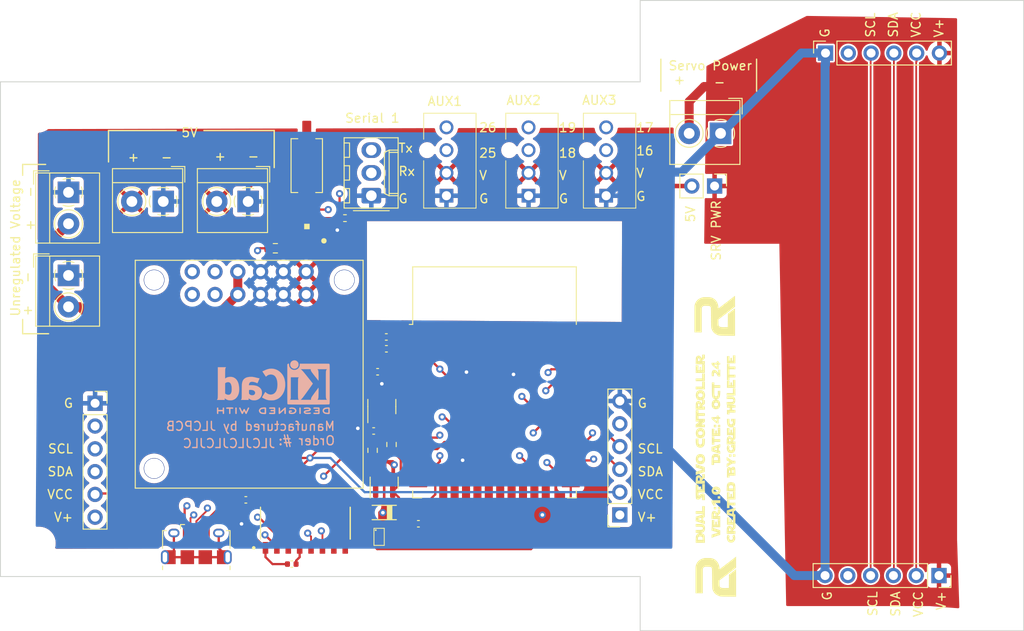
<source format=kicad_pcb>
(kicad_pcb (version 20240108) (generator "pcbnew") (generator_version "8.0")
  (layers (0 "F.Cu" signal) (1 "In1.Cu" signal) (2 "In2.Cu" signal) (31 "B.Cu" signal) (34 "B.Paste" user) (35 "F.Paste" user) (36 "B.SilkS" user "B.Silkscreen") (37 "F.SilkS" user "F.Silkscreen") (38 "B.Mask" user) (39 "F.Mask" user) (44 "Edge.Cuts" user))
  (net 0 "")
  (net 1 "RX_FU")
  (net 2 "GND")
  (net 3 "+3.3V")
  (net 4 "VIN")
  (net 5 "VBUS")
  (net 6 "D-")
  (net 7 "D+")
  (net 10 "SCL")
  (net 11 "SDA")
  (net 12 "+5V")
  (net 16 "ST_LED_D")
  (net 21 "TX_FU")
  (net 27 "Net-(L1-DI)")
  (net 28 "Net-(U3-CE)")
  (net 29 "GPIO0")
  (net 32 "TXD0")
  (net 33 "RXD0")
  (net 35 "DTR")
  (net 36 "RTS")
  (net 37 "RESET")
  (net 38 "+12V")
  (net 42 "AUX3-1")
  (net 43 "AUX3-2")
  (net 44 "AUX1-1")
  (net 45 "AUX1-2")
  (net 46 "AUX2-1")
  (net 47 "AUX2-2")
  (net 73 "SRV_PWR")
  (footprint "Capacitor_SMD:C_0402_1005Metric" (layer "F.Cu") (at 100.73 113.39 180)
    (property "Reference" "C7" (hide yes))
    (property "Value" "1uF" (hide yes))
  )
  (footprint "01-Custom:WS2812B-2020" (layer "F.Cu") (at 92.844 97.797)
    (property "Reference" "L1" (hide yes))
    (property "Value" "WS2812B-2020" (hide yes))
  )
  (footprint "TerminalBlock_4Ucon:TerminalBlock_4Ucon_1x02_P3.50mm_Horizontal" (layer "F.Cu") (at 66.273333 93.39 -90)
    (property "Reference" "J5" (hide yes))
    (property "Value" "12OUT" (hide yes))
  )
  (footprint "Logos:R2_Logo_V2" (layer "F.Cu") (at 138.664479 107.161515 90)
    (property "Reference" "G***" (hide yes))
    (property "Value" "LOGO" (hide yes))
  )
  (footprint "01-Custom:470531000" (layer "F.Cu") (at 108.404 93.766 -90)
    (property "Reference" "J3" (hide yes))
    (property "Value" "AUX1" (hide yes))
  )
  (footprint "Connector_USB:USB_Micro-B_Amphenol_10118194_Horizontal" (layer "F.Cu") (at 80.52 132.76)
    (property "Reference" "J1" (hide yes))
    (property "Value" "USB_B_Micro" (hide yes))
  )
  (footprint "TerminalBlock_4Ucon:TerminalBlock_4Ucon_1x02_P3.50mm_Horizontal" (layer "F.Cu") (at 86.298 94.41 180)
    (property "Reference" "J8" (hide yes))
    (property "Value" "5V Out 2" (hide yes))
  )
  (footprint "MountingHole:MountingHole_3.2mm_M3" (layer "F.Cu") (at 62.83 84.902)
    (property "Reference" "REF**" (hide yes))
    (property "Value" "MountingHole_3.2mm_M3" (hide yes))
  )
  (footprint "01-Custom:470531000" (layer "F.Cu") (at 126.208 93.766 -90)
    (property "Reference" "J2" (hide yes))
    (property "Value" "AUX3" (hide yes))
  )
  (footprint "Capacitor_SMD:C_0402_1005Metric" (layer "F.Cu") (at 101.7 109.51 180)
    (property "Reference" "C3" (hide yes))
    (property "Value" "100nF" (hide yes))
  )
  (footprint "MountingHole:MountingHole_3.2mm_M3" (layer "F.Cu") (at 169.222 75.504)
    (property "Reference" "REF**" (hide yes))
    (property "Value" "MountingHole_3.2mm_M3" (hide yes))
  )
  (footprint "02-Logos:Dual_Servo_Controller" (layer "F.Cu") (at 138.4 121.984 90)
    (property "Reference" "G***" (hide yes))
    (property "Value" "LOGO" (hide yes))
  )
  (footprint "01-Custom:UMT6" (layer "F.Cu") (at 100.895 131.7938)
    (property "Reference" "U5" (hide yes))
    (property "Value" "UMH3N" (hide yes))
  )
  (footprint "Capacitor_SMD:C_0402_1005Metric" (layer "F.Cu") (at 100.29 119.99)
    (property "Reference" "C5" (hide yes))
    (property "Value" "1uF" (hide yes))
  )
  (footprint "TerminalBlock_4Ucon:TerminalBlock_4Ucon_1x02_P3.50mm_Horizontal" (layer "F.Cu") (at 138.959 86.817 180)
    (property "Reference" "J14" (hide yes))
    (property "Value" "5V Out 2" (hide yes))
  )
  (footprint "Resistor_SMD:R_0603_1608Metric" (layer "F.Cu") (at 100.17 122.15 90)
    (property "Reference" "R2" (hide yes))
    (property "Value" "100K" (hide yes))
  )
  (footprint "Package_TO_SOT_SMD:SOT-23-5" (layer "F.Cu") (at 101.2 117.27 90)
    (property "Reference" "U3" (hide yes))
    (property "Value" "ME6211C33M5G" (hide yes))
  )
  (footprint "01-Custom:D36V50F5-STEPDOWN" (layer "F.Cu") (at 86.415 113.665 180)
    (property "Reference" "U6" (hide yes))
    (property "Value" "D36V50F5-STEPDOWN" (hide yes))
  )
  (footprint "Resistor_SMD:R_0603_1608Metric" (layer "F.Cu") (at 89.332 99.624)
    (property "Reference" "R1" (hide yes))
    (property "Value" "10K" (hide yes))
  )
  (footprint "Capacitor_SMD:C_0402_1005Metric" (layer "F.Cu") (at 105.276 130.336 180)
    (property "Reference" "C1" (hide yes))
    (property "Value" "100nF" (hide yes))
  )
  (footprint "MountingHole:MountingHole_3.2mm_M3" (layer "F.Cu") (at 168.714 136.614)
    (property "Reference" "REF**" (hide yes))
    (property "Value" "MountingHole_3.2mm_M3" (hide yes))
  )
  (footprint "01-Custom:SOIC127P600X180-16N" (layer "F.Cu") (at 92.675 130.27 90)
    (property "Reference" "U4" (hide yes))
    (property "Value" "CH340C" (hide yes))
  )
  (footprint "Connector_PinSocket_2.54mm:PinSocket_1x06_P2.54mm_Vertical" (layer "F.Cu") (at 69.234 116.904)
    (property "Reference" "J11" (hide yes))
    (property "Value" "Conn_01x06" (hide yes))
  )
  (footprint "TerminalBlock_4Ucon:TerminalBlock_4Ucon_1x02_P3.50mm_Horizontal" (layer "F.Cu") (at 66.273333 102.65 -90)
    (property "Reference" "J6" (hide yes))
    (property "Value" "12VOUT" (hide yes))
  )
  (footprint "01-Custom:SOD3716X135N" (layer "F.Cu") (at 101.4685 129.0805 180)
    (property "Reference" "CR1" (hide yes))
    (property "Value" "B5819W-TP" (hide yes))
  )
  (footprint "RF_Module:ESP32-WROOM-32" (layer "F.Cu") (at 113.76 117.56)
    (property "Reference" "U1" (hide yes))
    (property "Value" "ESP32-WROOM-32D_16MB_" (hide yes))
  )
  (footprint "Capacitor_SMD:C_0402_1005Metric" (layer "F.Cu") (at 91.16 134.83 180)
    (property "Reference" "C6" (hide yes))
    (property "Value" "100nF" (hide yes))
  )
  (footprint "Resistor_SMD:R_0402_1005Metric" (layer "F.Cu") (at 97.09 96.266 180)
    (property "Reference" "R4" (hide yes))
    (property "Value" "220" (hide yes))
  )
  (footprint "01-Custom:470531000" (layer "F.Cu") (at 117.554 93.766 -90)
    (property "Reference" "J4" (hide yes))
    (property "Value" "AUX2" (hide yes))
  )
  (footprint "Connector_PinSocket_2.54mm:PinSocket_1x06_P2.54mm_Vertical" (layer "F.Cu") (at 163.309 136.109 -90)
    (property "Reference" "J10" (hide yes))
    (property "Value" "Conn_01x06" (hide yes))
  )
  (footprint "Connector_Molex:Molex_KK-254_AE-6410-03A_1x03_P2.54mm_Vertical" (layer "F.Cu") (at 100.028 93.766 90)
    (property "Reference" "J12" (hide yes))
    (property "Value" "SERIAL_FU" (hide yes))
  )
  (footprint "TerminalBlock_4Ucon:TerminalBlock_4Ucon_1x02_P3.50mm_Horizontal" (layer "F.Cu") (at 76.834666 94.41 180)
    (property "Reference" "J7" (hide yes))
    (property "Value" "5V OUT" (hide yes))
  )
  (footprint "Capacitor_SMD:C_0402_1005Metric" (layer "F.Cu") (at 101.71 110.83 180)
    (property "Reference" "C2" (hide yes))
    (property "Value" "10uF" (hide yes))
  )
  (footprint "Connector_PinSocket_2.54mm:PinSocket_1x06_P2.54mm_Vertical" (layer "F.Cu") (at 127.732 129.35 180)
    (property "Reference" "J13" (hide yes))
    (property "Value" "Conn_01x06" (hide yes))
  )
  (footprint "Connector_PinSocket_2.54mm:PinSocket_1x06_P2.54mm_Vertical" (layer "F.Cu") (at 150.659 77.865 90)
    (property "Reference" "J9" (hide yes))
    (property "Value" "Conn_01x06" (hide yes))
  )
  (footprint "Logos:R2_Logo_V2" (layer "F.Cu") (at 138.784 136.242 90)
    (property "Reference" "G***" (hide yes))
    (property "Value" "LOGO" (hide yes))
  )
  (footprint "MountingHole:MountingHole_3.2mm_M3" (layer "F.Cu") (at 63 132.51)
    (property "Reference" "REF**" (hide yes))
    (property "Value" "MountingHole_3.2mm_M3" (hide yes))
  )
  (footprint "Connector_PinHeader_2.54mm:PinHeader_1x02_P2.54mm_Vertical" (layer "F.Cu") (at 138.292515 92.686521 -90)
    (property "Reference" "J15" (hide yes))
    (property "Value" "Conn_01x02" (hide yes))
  )
  (footprint "Package_TO_SOT_SMD:SOT-23" (layer "F.Cu") (at 101.46 125.782 90)
    (property "Reference" "U2" (hide yes))
    (property "Value" "CJ2301_S1" (hide yes))
  )
  (footprint "01-Custom:TS-1101S-B-B-B-W-A" (layer "F.Cu") (at 92.831 90.411 -90)
    (property "Reference" "SW1" (hide yes))
    (property "Value" "SW_Push" (hide yes))
  )
  (footprint "Capacitor_SMD:C_0402_1005Metric" (layer "F.Cu") (at 86.04 127.67 180)
    (property "Reference" "C4" (hide yes))
    (property "Value" "10uF" (hide yes))
  )
  (footprint "Resistor_SMD:R_0603_1608Metric" (layer "F.Cu") (at 102.28 121.5 -90)
    (property "Reference" "R3" (hide yes))
    (property "Value" "100K" (hide yes))
  )
  (footprint "Symbol:KiCad-Logo2_5mm_SilkScreen" (layer "B.Cu") (at 89.11 115.1 180)
    (property "Reference" "REF**" (hide yes))
    (property "Value" "KiCad-Logo2_5mm_SilkScreen" (hide yes))
  )
  (gr_line (start 61.16 109.15) (end 64.05 109.15) (stroke (width 0.15)) (layer "F.SilkS"))
  (gr_line (start 89.202 90.63) (end 89.202 86.5) (stroke (width 0.15)) (layer "F.SilkS"))
  (gr_line (start 142.972 82.111) (end 142.972 78.545) (stroke (width 0.15)) (layer "F.SilkS"))
  (gr_line (start 78.282 86.5) (end 70.732 86.5) (stroke (width 0.15)) (layer "F.SilkS"))
  (gr_line (start 61.16 107.56) (end 61.16 109.15) (stroke (width 0.15)) (layer "F.SilkS"))
  (gr_line (start 61.16 90.28) (end 61.16 91.49) (stroke (width 0.15)) (layer "F.SilkS"))
  (gr_line (start 70.732 86.5) (end 70.732 90) (stroke (width 0.15)) (layer "F.SilkS"))
  (gr_line (start 63.72 90.28) (end 61.16 90.28) (stroke (width 0.15)) (layer "F.SilkS"))
  (gr_line (start 132.304 82.116) (end 132.304 78.55) (stroke (width 0.15)) (layer "F.SilkS"))
  (gr_line (start 89.202 86.5) (end 81.362 86.5) (stroke (width 0.15)) (layer "F.SilkS"))
  (gr_line (start 130 72) (end 172.75 72) (stroke (width 0.1)) (layer "Edge.Cuts"))
  (gr_line (start 58.686 136.22) (end 130 136.22) (stroke (width 0.1)) (layer "Edge.Cuts"))
  (gr_line (start 130 142.25) (end 130 136.22) (stroke (width 0.1)) (layer "Edge.Cuts"))
  (gr_line (start 172.75 72) (end 172.75 142.25) (stroke (width 0.1)) (layer "Edge.Cuts"))
  (gr_line (start 58.686 81.072) (end 58.686 136.22) (stroke (width 0.1)) (layer "Edge.Cuts"))
  (gr_line (start 130 81.072) (end 58.686 81.072) (stroke (width 0.1)) (layer "Edge.Cuts"))
  (gr_line (start 130 81.072) (end 130 72) (stroke (width 0.1)) (layer "Edge.Cuts"))
  (gr_line (start 172.75 142.25) (end 130 142.25) (stroke (width 0.1)) (layer "Edge.Cuts"))
  (gr_text "Manufactured by JLCPCB\nOrder #:" (at 96.06 120.27 0) (layer "B.SilkS") (effects (font (size 1 1)) (justify left mirror)))
  (gr_text "JLCJLCJLCJLC" (at 84.16 121.38 0) (layer "B.SilkS") (effects (font (size 1 1)) (justify mirror)))
  (gr_text "AUX3" (at 125.446 83.122 0) (layer "F.SilkS") (effects (font (size 1 1))))
  (gr_text "SDA" (at 158.466 139.279809 90) (layer "F.SilkS") (effects (font (size 1 1))))
  (gr_text "V+" (at 65.716381 129.604 0) (layer "F.SilkS") (effects (font (size 1 1))))
  (gr_text "G" (at 121.453429 94.096 0) (layer "F.SilkS") (effects (font (size 1 1))))
  (gr_text "+" (at 61.988 97.04 90) (layer "F.SilkS") (effects (font (size 1 1))))
  (gr_text "18" (at 121.90581 89.016 0) (layer "F.SilkS") (effects (font (size 1 1))))
  (gr_text "G" (at 150.592 75.620952 90) (layer "F.SilkS") (effects (font (size 1 1))))
  (gr_text "SCL" (at 155.926 139.256 90) (layer "F.SilkS") (effects (font (size 1 1))))
  (gr_text "+" (at 61.684 106.56 90) (layer "F.SilkS") (effects (font (size 1 1))))
  (gr_text "V+" (at 163.292 75.073333 90) (layer "F.SilkS") (effects (font (size 1 1))))
  (gr_text "Serial 1" (at 100.146 85.12 0) (layer "F.SilkS") (effects (font (size 1 1))))
  (gr_text "V" (at 121.382 91.504 0) (layer "F.SilkS") (effects (font (size 1 1))))
  (gr_text "-" (at 138.848 81.106 0) (layer "F.SilkS") (effects (font (size 1 1))))
  (gr_text "G" (at 103.570286 94.096 0) (layer "F.SilkS") (effects (font (size 1 1))))
  (gr_text "V" (at 112.492 91.504 0) (layer "F.SilkS") (effects (font (size 1 1))))
  (gr_text "AUX1" (at 108.222 83.242 0) (layer "F.SilkS") (effects (font (size 1 1))))
  (gr_text "+" (at 134.386 80.852 0) (layer "F.SilkS") (effects (font (size 1 1))))
  (gr_text "SCL" (at 131.113333 121.984 0) (layer "F.SilkS") (effects (font (size 1 1))))
  (gr_text "VCC" (at 160.752 74.692381 90) (layer "F.SilkS") (effects (font (size 1 1))))
  (gr_text "-" (at 61.988 93.34 90) (layer "F.SilkS") (effects (font (size 1 1))))
  (gr_text "-" (at 86.882 89.37 0) (layer "F.SilkS") (effects (font (size 1 1))))
  (gr_text "SCL" (at 65.383047 121.984 0) (layer "F.SilkS") (effects (font (size 1 1))))
  (gr_text "SRV PWR" (at 138.470291 97.649298 90) (layer "F.SilkS") (effects (font (size 1 1))))
  (gr_text "Unregulated Voltage" (at 60.362 99.57 90) (layer "F.SilkS") (effects (font (size 1 1))))
  (gr_text "VCC" (at 65.335428 127.064 0) (layer "F.SilkS") (effects (font (size 1 1))))
  (gr_text "+" (at 83.182 89.37 0) (layer "F.SilkS") (effects (font (size 1 1))))
  (gr_text "Servo Power" (at 137.82 79.276 0) (layer "F.SilkS") (effects (font (size 1 1))))
  (gr_text "5V" (at 135.606 95.822 90) (layer "F.SilkS") (effects (font (size 1 1))))
  (gr_text "5V" (at 79.772 86.73 0) (layer "F.SilkS") (effects (font (size 1 1))))
  (gr_text "SDA" (at 65.359238 124.524 0) (layer "F.SilkS") (effects (font (size 1 1))))
  (gr_text "G" (at 112.563429 94.096 0) (layer "F.SilkS") (effects (font (size 1 1))))
  (gr_text "-" (at 77.212 89.47 0) (layer "F.SilkS") (effects (font (size 1 1))))
  (gr_text "G" (at 130.073619 93.842 0) (layer "F.SilkS") (effects (font (size 1 1))))
  (gr_text "16" (at 130.526 88.762 0) (layer "F.SilkS") (effects (font (size 1 1))))
  (gr_text "19" (at 121.90581 86.17 0) (layer "F.SilkS") (effects (font (size 1 1))))
  (gr_text "SDA" (at 131.137143 124.524 0) (layer "F.SilkS") (effects (font (size 1 1))))
  (gr_text "V" (at 130.00219 91.25 0) (layer "F.SilkS") (effects (font (size 1 1))))
  (gr_text "17" (at 130.526 86.17 0) (layer "F.SilkS") (effects (font (size 1 1))))
  (gr_text "-" (at 61.684 102.86 90) (layer "F.SilkS") (effects (font (size 1 1))))
  (gr_text "G" (at 66.264 116.904 0) (layer "F.SilkS") (effects (font (size 1 1))))
  (gr_text "26" (at 113.01581 86.17 0) (layer "F.SilkS") (effects (font (size 1 1))))
  (gr_text "SDA" (at 158.212 74.71619 90) (layer "F.SilkS") (effects (font (size 1 1))))
  (gr_text "Rx" (at 103.975048 91.048 0) (layer "F.SilkS") (effects (font (size 1 1))))
  (gr_text "AUX2" (at 117.008 83.142 0) (layer "F.SilkS") (effects (font (size 1 1))))
  (gr_text "Tx" (at 103.856 88.456 0) (layer "F.SilkS") (effects (font (size 1 1))))
  (gr_text "G" (at 130.232381 116.904 0) (layer "F.SilkS") (effects (font (size 1 1))))
  (gr_text "+" (at 73.512 89.47 0) (layer "F.SilkS") (effects (font (size 1 1))))
  (gr_text "V+" (at 163.546 138.922666 90) (layer "F.SilkS") (effects (font (size 1 1))))
  (gr_text "G" (at 150.846 138.375047 90) (layer "F.SilkS") (effects (font (size 1 1))))
  (gr_text "SCL" (at 155.672 74.74 90) (layer "F.SilkS") (effects (font (size 1 1))))
  (gr_text "VCC" (at 131.160952 127.064 0) (layer "F.SilkS") (effects (font (size 1 1))))
  (gr_text "V+" (at 130.78 129.604 0) (layer "F.SilkS") (effects (font (size 1 1))))
  (gr_text "VCC" (at 161.006 139.303619 90) (layer "F.SilkS") (effects (font (size 1 1))))
  (gr_text "25" (at 113.01581 89.016 0) (layer "F.SilkS") (effects (font (size 1 1))))
  (segment (start 83.02 133.06) (end 84.02 134.06) (width 0.254) (layer "F.Cu") (net 0))
  (segment (start 79.52 134.06) (end 81.52 134.06) (width 0.254) (layer "F.Cu") (net 0))
  (segment (start 77.62 134.06) (end 79.52 134.06) (width 0.254) (layer "F.Cu") (net 0))
  (segment (start 78.02 133.66) (end 77.62 134.06) (width 0.254) (layer "F.Cu") (net 0))
  (segment (start 81.52 134.06) (end 83.42 134.06) (width 0.254) (layer "F.Cu") (net 0))
  (segment (start 78.02 131.36) (end 78.02 133.66) (width 0.254) (layer "F.Cu") (net 0))
  (segment (start 83.02 131.36) (end 83.02 133.06) (width 0.254) (layer "F.Cu") (net 0))
  (segment (start 105.26 124.545) (end 106.51 124.545) (width 0.25) (layer "F.Cu") (net 1))
  (segment (start 106.51 124.545) (end 107.666 123.389) (width 0.25) (layer "F.Cu") (net 1))
  (segment (start 107.666 123.389) (end 107.666 122.746) (width 0.25) (layer "F.Cu") (net 1))
  (via (at 107.666 122.746) (size 0.8) (drill 0.4) (layers "F.Cu" "B.Cu") (net 1))
  (segment (start 101.2 114.734) (end 101.2 114.34693) (width 0.25) (layer "F.Cu") (net 2))
  (segment (start 108.045 126.815) (end 108.045 129.987) (width 0.25) (layer "F.Cu") (net 2))
  (segment (start 108.045 126.815) (end 108.045 125.415) (width 0.25) (layer "F.Cu") (net 2))
  (segment (start 110.6335 113.4285) (end 112.76 115.555) (width 0.25) (layer "F.Cu") (net 2))
  (segment (start 101.2 118.4075) (end 101.2 114.734) (width 0.25) (layer "F.Cu") (net 2))
  (segment (start 103.877 109.305) (end 102.84 108.268) (width 0.25) (layer "F.Cu") (net 2))
  (segment (start 112.76 115.555) (end 112.76 116.805) (width 0.25) (layer "F.Cu") (net 2))
  (segment (start 108.045 129.987) (end 106.736 131.296) (width 0.25) (layer "F.Cu") (net 2))
  (segment (start 101.57 108.268) (end 101.22 108.618) (width 0.25) (layer "F.Cu") (net 2))
  (segment (start 81.82 129.796) (end 83.946 127.67) (width 0.25) (layer "F.Cu") (net 2))
  (segment (start 101.22 109.51) (end 101.22 110.82) (width 0.25) (layer "F.Cu") (net 2))
  (segment (start 105.26 109.305) (end 106.51 109.305) (width 0.25) (layer "F.Cu") (net 2))
  (segment (start 100.17 120.35) (end 99.81 119.99) (width 0.25) (layer "F.Cu") (net 2))
  (segment (start 88.23 134.044) (end 88.23 133.02) (width 0.25) (layer "F.Cu") (net 2))
  (segment (start 88.23 133.02) (end 85.56 130.35) (width 0.25) (layer "F.Cu") (net 2))
  (segment (start 112.76 120.7) (end 112.76 116.805) (width 0.25) (layer "F.Cu") (net 2))
  (segment (start 105.26 109.305) (end 103.877 109.305) (width 0.25) (layer "F.Cu") (net 2))
  (segment (start 99.81 119.99) (end 98.814 119.99) (width 0.25) (layer "F.Cu") (net 2))
  (segment (start 92.831 86.511) (end 86.298 93.044) (width 0.25) (layer "F.Cu") (net 2))
  (segment (start 120.26 109.305) (end 115.8785 113.6865) (width 0.25) (layer "F.Cu") (net 2))
  (segment (start 86.298 93.044) (end 86.298 94.41) (width 0.25) (layer "F.Cu") (net 2))
  (segment (start 90.68 134.83) (end 89.016 134.83) (width 0.25) (layer "F.Cu") (net 2))
  (segment (start 101.2 114.34693) (end 100.25 113.39693) (width 0.25) (layer "F.Cu") (net 2))
  (segment (start 100.25 113.39693) (end 100.25 113.39) (width 0.25) (layer "F.Cu") (net 2))
  (segment (start 106.736 131.296) (end 105.74907 131.296) (width 0.25) (layer "F.Cu") (net 2))
  (segment (start 83.946 127.67) (end 85.56 127.67) (width 0.25) (layer "F.Cu") (net 2))
  (segment (start 89.016 134.83) (end 88.23 134.044) (width 0.25) (layer "F.Cu") (net 2))
  (segment (start 110.206 123.254) (end 112.76 120.7) (width 0.25) (layer "F.Cu") (net 2))
  (segment (start 105.74907 131.296) (end 104.796 130.34293) (width 0.25) (layer "F.Cu") (net 2))
  (segment (start 101.22 110.82) (end 101.23 110.83) (width 0.25) (layer "F.Cu") (net 2))
  (segment (start 101.22 108.618) (end 101.22 109.51) (width 0.25) (layer "F.Cu") (net 2))
  (segment (start 98.814 119.99) (end 98.522 119.698) (width 0.25) (layer "F.Cu") (net 2))
  (segment (start 115.8785 113.6865) (end 112.76 116.805) (width 0.25) (layer "F.Cu") (net 2))
  (segment (start 104.796 130.34293) (end 104.796 130.336) (width 0.25) (layer "F.Cu") (net 2))
  (segment (start 95.783 97.147) (end 96.236 97.6) (width 0.25) (layer "F.Cu") (net 2))
  (segment (start 108.045 125.415) (end 110.206 123.254) (width 0.25) (layer "F.Cu") (net 2))
  (segment (start 81.82 131.36) (end 81.82 129.796) (width 0.25) (layer "F.Cu") (net 2))
  (segment (start 93.859 97.147) (end 95.783 97.147) (width 0.25) (layer "F.Cu") (net 2))
  (segment (start 122.26 109.305) (end 120.26 109.305) (width 0.25) (layer "F.Cu") (net 2))
  (segment (start 102.84 108.268) (end 101.57 108.268) (width 0.25) (layer "F.Cu") (net 2))
  (segment (start 85.56 130.35) (end 85.56 127.67) (width 0.25) (layer "F.Cu") (net 2))
  (segment (start 106.51 109.305) (end 110.6335 113.4285) (width 0.25) (layer "F.Cu") (net 2))
  (segment (start 100.17 121.325) (end 100.17 120.35) (width 0.25) (layer "F.Cu") (net 2))
  (via (at 98.522 119.698) (size 0.8) (drill 0.4) (layers "F.Cu" "B.Cu") (net 2))
  (via (at 85.56 130.35) (size 0.8) (drill 0.4) (layers "F.Cu" "B.Cu") (net 2))
  (via (at 115.8785 113.6865) (size 0.8) (drill 0.4) (layers "F.Cu" "B.Cu") (net 2))
  (via (at 101.2 114.734) (size 0.8) (drill 0.4) (layers "F.Cu" "B.Cu") (net 2))
  (via (at 96.236 97.6) (size 0.8) (drill 0.4) (layers "F.Cu" "B.Cu") (net 2))
  (via (at 110.206 123.254) (size 0.8) (drill 0.4) (layers "F.Cu" "B.Cu") (net 2))
  (via (at 110.6335 113.4285) (size 0.8) (drill 0.4) (layers "F.Cu" "B.Cu") (net 2))
  (segment (start 138.959 86.817) (end 139.023 86.817) (width 1) (layer "B.Cu") (net 2))
  (segment (start 126.208 93.766) (end 128.837479 91.136521) (width 1) (layer "B.Cu") (net 2))
  (segment (start 139.023 86.817) (end 147.975 77.865) (width 1) (layer "B.Cu") (net 2))
  (segment (start 150.609 136.109) (end 147.191 136.109) (width 1) (layer "B.Cu") (net 2))
  (segment (start 147.191 136.109) (end 127.732 116.65) (width 1) (layer "B.Cu") (net 2))
  (segment (start 150.659 77.865) (end 150.659 79.125) (width 1) (layer "B.Cu") (net 2))
  (segment (start 150.659 79.125) (end 150.609 79.175) (width 1) (layer "B.Cu") (net 2))
  (segment (start 128.837479 91.136521) (end 134.639479 91.136521) (width 1) (layer "B.Cu") (net 2))
  (segment (start 150.609 79.175) (end 150.609 136.109) (width 1) (layer "B.Cu") (net 2))
  (segment (start 147.975 77.865) (end 150.659 77.865) (width 1) (layer "B.Cu") (net 2))
  (segment (start 134.639479 91.136521) (end 138.959 86.817) (width 1) (layer "B.Cu") (net 2))
  (segment (start 160.769 78.828654) (end 160.819 78.778654) (width 0.2) (layer "F.Cu") (net 3))
  (segment (start 99.284 115.1665) (end 99.284 113.602) (width 0.25) (layer "F.Cu") (net 3))
  (segment (start 160.819 78.778654) (end 160.819 77.865) (width 0.2) (layer "F.Cu") (net 3))
  (segment (start 101.45693 112.078) (end 102.586 112.078) (width 0.25) (layer "F.Cu") (net 3))
  (segment (start 101.21 113.39) (end 101.274 113.39) (width 0.25) (layer "F.Cu") (net 3))
  (segment (start 100.0555 116.1325) (end 93.188 123) (width 0.25) (layer "F.Cu") (net 3))
  (segment (start 102.713 111.951) (end 104.089 110.575) (width 0.25) (layer "F.Cu") (net 3))
  (segment (start 99.284 113.602) (end 99.284 113.094) (width 0.25) (layer "F.Cu") (net 3))
  (segment (start 77.29 126.96) (end 81.25 123) (width 0.254) (layer "F.Cu") (net 3))
  (segment (start 102.586 112.078) (end 102.713 111.951) (width 0.25) (layer "F.Cu") (net 3))
  (segment (start 88.23 126.434) (end 88.23 127.52) (width 0.25) (layer "F.Cu") (net 3))
  (segment (start 88.23 128.964) (end 92.04 132.774) (width 0.25) (layer "F.Cu") (net 3))
  (segment (start 92.04 132.774) (end 92.04 133.02) (width 0.25) (layer "F.Cu") (net 3))
  (segment (start 92.04 134.054) (end 92.04 133.02) (width 0.25) (layer "F.Cu") (net 3))
  (segment (start 69.247 126.96) (end 77.29 126.96) (width 0.254) (layer "F.Cu") (net 3))
  (segment (start 103.245 110.575) (end 105.26 110.575) (width 0.25) (layer "F.Cu") (net 3))
  (segment (start 102.445 110.575) (end 105.26 110.575) (width 0.25) (layer "F.Cu") (net 3))
  (segment (start 86.52 127.67) (end 88.08 127.67) (width 0.25) (layer "F.Cu") (net 3))
  (segment (start 104.089 110.575) (end 105.26 110.575) (width 0.25) (layer "F.Cu") (net 3))
  (segment (start 88.507 99.624) (end 87.608 99.624) (width 0.25) (layer "F.Cu") (net 3))
  (segment (start 100.25 116.1325) (end 99.284 115.1665) (width 0.25) (layer "F.Cu") (net 3))
  (segment (start 101.274 113.39) (end 102.713 111.951) (width 0.25) (layer "F.Cu") (net 3))
  (segment (start 81.25 123) (end 93.188 123) (width 0.254) (layer "F.Cu") (net 3))
  (segment (start 91.64 134.83) (end 91.64 134.454) (width 0.25) (layer "F.Cu") (net 3))
  (segment (start 89.886 124.778) (end 88.23 126.434) (width 0.25) (layer "F.Cu") (net 3))
  (segment (start 102.19 110.83) (end 102.445 110.575) (width 0.25) (layer "F.Cu") (net 3))
  (segment (start 91.64 134.454) (end 92.04 134.054) (width 0.25) (layer "F.Cu") (net 3))
  (segment (start 100.554 111.824) (end 101.20293 111.824) (width 0.25) (layer "F.Cu") (net 3))
  (segment (start 88.23 127.52) (end 88.23 128.964) (width 0.25) (layer "F.Cu") (net 3))
  (segment (start 87.608 99.624) (end 87.346 99.886) (width 0.25) (layer "F.Cu") (net 3))
  (segment (start 91.41 124.778) (end 89.886 124.778) (width 0.25) (layer "F.Cu") (net 3))
  (segment (start 101.20293 111.824) (end 101.45693 112.078) (width 0.25) (layer "F.Cu") (net 3))
  (segment (start 88.08 127.67) (end 88.23 127.52) (width 0.25) (layer "F.Cu") (net 3))
  (segment (start 93.188 123) (end 91.41 124.778) (width 0.25) (layer "F.Cu") (net 3))
  (segment (start 102.18 109.51) (end 103.245 110.575) (width 0.25) (layer "F.Cu") (net 3))
  (segment (start 100.25 116.1325) (end 100.0555 116.1325) (width 0.25) (layer "F.Cu") (net 3))
  (segment (start 160.769 136.109) (end 160.769 78.828654) (width 0.2) (layer "F.Cu") (net 3))
  (segment (start 99.284 113.094) (end 100.554 111.824) (width 0.25) (layer "F.Cu") (net 3))
  (via (at 87.346 99.886) (size 0.8) (drill 0.4) (layers "F.Cu" "B.Cu") (net 3))
  (via (at 93.188 123) (size 0.8) (drill 0.4) (layers "F.Cu" "B.Cu") (net 3))
  (segment (start 127.413 126.96) (end 127.263 126.81) (width 0.254) (layer "B.Cu") (net 3))
  (segment (start 95.474 123) (end 93.188 123) (width 0.254) (layer "B.Cu") (net 3))
  (segment (start 127.263 126.81) (end 99.284 126.81) (width 0.254) (layer "B.Cu") (net 3))
  (segment (start 99.284 126.81) (end 95.474 123) (width 0.254) (layer "B.Cu") (net 3))
  (segment (start 101.48048 120.70048) (end 100.77 119.99) (width 0.25) (layer "F.Cu") (net 4))
  (segment (start 102.41 126.7195) (end 103.310511 125.818989) (width 0.25) (layer "F.Cu") (net 4))
  (segment (start 100.25 118.4075) (end 100.41452 118.57202) (width 0.25) (layer "F.Cu") (net 4))
  (segment (start 102.28 122.325) (end 101.48048 121.52548) (width 0.25) (layer "F.Cu") (net 4))
  (segment (start 103.310511 123.165511) (end 102.47 122.325) (width 0.25) (layer "F.Cu") (net 4))
  (segment (start 103.1068 129.0805) (end 103.1068 127.4163) (width 0.25) (layer "F.Cu") (net 4))
  (segment (start 101.48048 121.52548) (end 101.48048 120.70048) (width 0.25) (layer "F.Cu") (net 4))
  (segment (start 103.310511 125.818989) (end 103.310511 123.165511) (width 0.25) (layer "F.Cu") (net 4))
  (segment (start 100.41452 119.63452) (end 100.77 119.99) (width 0.25) (layer "F.Cu") (net 4))
  (segment (start 103.1068 127.4163) (end 102.41 126.7195) (width 0.25) (layer "F.Cu") (net 4))
  (segment (start 100.41452 118.57202) (end 100.41452 119.63452) (width 0.25) (layer "F.Cu") (net 4))
  (segment (start 100.51 123.315) (end 100.17 122.975) (width 0.25) (layer "F.Cu") (net 5))
  (segment (start 96.769 122.975) (end 94.712 125.032) (width 0.25) (layer "F.Cu") (net 5))
  (segment (start 79.22 128.586) (end 79.472 128.334) (width 0.25) (layer "F.Cu") (net 5))
  (segment (start 99.8302 129.0805) (end 100.51 128.4007) (width 0.25) (layer "F.Cu") (net 5))
  (segment (start 100.17 122.975) (end 96.769 122.975) (width 0.25) (layer "F.Cu") (net 5))
  (segment (start 79.22 131.36) (end 79.22 128.586) (width 0.25) (layer "F.Cu") (net 5))
  (segment (start 100.51 128.4007) (end 100.51 123.315) (width 0.25) (layer "F.Cu") (net 5))
  (via (at 79.472 128.334) (size 0.8) (drill 0.4) (layers "F.Cu" "B.Cu") (net 5))
  (via (at 94.712 125.032) (size 0.8) (drill 0.4) (layers "F.Cu" "B.Cu") (net 5))
  (segment (start 94.58 133.02) (end 94.58 131.25) (width 0.2) (layer "F.Cu") (net 6))
  (segment (start 79.87 129.714) (end 80.234 129.35) (width 0.2) (layer "F.Cu") (net 6))
  (segment (start 94.58 131.25) (end 94.458 131.128) (width 0.2) (layer "F.Cu") (net 6))
  (segment (start 79.87 131.36) (end 79.87 129.714) (width 0.2) (layer "F.Cu") (net 6))
  (via (at 94.458 131.128) (size 0.8) (drill 0.4) (layers "F.Cu" "B.Cu") (net 6))
  (via (at 80.234 129.35) (size 0.8) (drill 0.4) (layers "F.Cu" "B.Cu") (net 6))
  (segment (start 93.31 133.02) (end 93.31 131.758) (width 0.2) (layer "F.Cu") (net 7))
  (segment (start 80.523748 130.049511) (end 81.758 128.815259) (width 0.2) (layer "F.Cu") (net 7))
  (segment (start 93.31 131.758) (end 92.934 131.382) (width 0.2) (layer "F.Cu") (net 7))
  (segment (start 80.52 131.36) (end 80.52 130.049511) (width 0.2) (layer "F.Cu") (net 7))
  (segment (start 80.52 130.049511) (end 80.523748 130.049511) (width 0.2) (layer "F.Cu") (net 7))
  (segment (start 81.758 128.815259) (end 81.758 128.588) (width 0.2) (layer "F.Cu") (net 7))
  (via (at 92.934 131.382) (size 0.8) (drill 0.4) (layers "F.Cu" "B.Cu") (net 7))
  (via (at 81.758 128.588) (size 0.8) (drill 0.4) (layers "F.Cu" "B.Cu") (net 7))
  (segment (start 127.732 121.73) (end 126.208 120.206) (width 0.254) (layer "F.Cu") (net 10))
  (segment (start 155.689 136.109) (end 155.689 77.915) (width 0.2) (layer "F.Cu") (net 10))
  (segment (start 123.922 112.84) (end 122.927 111.845) (width 0.254) (layer "F.Cu") (net 10))
  (segment (start 122.927 111.845) (end 122.26 111.845) (width 0.254) (layer "F.Cu") (net 10))
  (segment (start 126.208 117.92) (end 123.922 115.634) (width 0.254) (layer "F.Cu") (net 10))
  (segment (start 126.208 120.206) (end 126.208 117.92) (width 0.254) (layer "F.Cu") (net 10))
  (segment (start 123.922 115.634) (end 123.922 112.84) (width 0.254) (layer "F.Cu") (net 10))
  (segment (start 155.689 77.915) (end 155.739 77.865) (width 0.2) (layer "F.Cu") (net 10))
  (segment (start 122.927 115.655) (end 125.7 118.428) (width 0.254) (layer "F.Cu") (net 11))
  (segment (start 125.7 118.428) (end 125.7 122.238) (width 0.254) (layer "F.Cu") (net 11))
  (segment (start 158.279 136.059) (end 158.229 136.109) (width 0.2) (layer "F.Cu") (net 11))
  (segment (start 158.279 77.865) (end 158.279 136.059) (width 0.2) (layer "F.Cu") (net 11))
  (segment (start 122.26 115.655) (end 122.927 115.655) (width 0.254) (layer "F.Cu") (net 11))
  (segment (start 125.7 122.238) (end 127.732 124.27) (width 0.254) (layer "F.Cu") (net 11))
  (segment (start 135.752515 92.686521) (end 132.978521 92.686521) (width 0.5) (layer "F.Cu") (net 12))
  (segment (start 132.978521 92.686521) (end 132.558 92.266) (width 0.5) (layer "F.Cu") (net 12))
  (via (at 119.096 129.35) (size 0.8) (drill 0.4) (layers "F.Cu" "B.Cu") (net 12))
  (via (at 102.586 123.762) (size 0.8) (drill 0.4) (layers "F.Cu" "B.Cu") (net 12))
  (via (at 101.316 129.096) (size 0.8) (drill 0.4) (layers "F.Cu" "B.Cu") (net 12))
  (segment (start 96.49 93.536) (end 96.49 95.156) (width 0.25) (layer "F.Cu") (net 16))
  (segment (start 122.26 124.545) (end 120.641 124.545) (width 0.25) (layer "F.Cu") (net 16))
  (segment (start 120.641 124.545) (end 119.604 123.508) (width 0.25) (layer "F.Cu") (net 16))
  (segment (start 96.49 95.156) (end 97.6 96.266) (width 0.25) (layer "F.Cu") (net 16))
  (via (at 96.49 93.536) (size 0.8) (drill 0.4) (layers "F.Cu" "B.Cu") (net 16))
  (via (at 119.604 123.508) (size 0.8) (drill 0.4) (layers "F.Cu" "B.Cu") (net 16))
  (segment (start 118.205 126.815) (end 118.205 124.395) (width 0.254) (layer "F.Cu") (net 21))
  (segment (start 118.205 124.395) (end 116.556 122.746) (width 0.254) (layer "F.Cu") (net 21))
  (via (at 116.556 122.746) (size 0.8) (drill 0.4) (layers "F.Cu" "B.Cu") (net 21))
  (segment (start 92.71 96.266) (end 91.829 97.147) (width 0.25) (layer "F.Cu") (net 27))
  (segment (start 96.58 96.266) (end 92.71 96.266) (width 0.25) (layer "F.Cu") (net 27))
  (segment (start 102.15 118.4075) (end 102.15 120.355) (width 0.25) (layer "F.Cu") (net 28))
  (segment (start 102.15 120.355) (end 102.47 120.675) (width 0.25) (layer "F.Cu") (net 28))
  (segment (start 100.6862 133.16) (end 117.826 133.16) (width 0.25) (layer "F.Cu") (net 29))
  (segment (start 117.826 133.16) (end 122.26 128.726) (width 0.25) (layer "F.Cu") (net 29))
  (segment (start 122.26 128.726) (end 122.26 125.815) (width 0.25) (layer "F.Cu") (net 29))
  (segment (start 99.97 132.4438) (end 100.6862 133.16) (width 0.25) (layer "F.Cu") (net 29))
  (segment (start 87.346 129.604) (end 87.478885 129.604) (width 0.25) (layer "F.Cu") (net 32))
  (segment (start 120.091 113.115) (end 119.731 113.475) (width 0.25) (layer "F.Cu") (net 32))
  (segment (start 122.26 113.115) (end 120.091 113.115) (width 0.25) (layer "F.Cu") (net 32))
  (segment (start 90.77 133.02) (end 90.77 132.895115) (width 0.25) (layer "F.Cu") (net 32))
  (segment (start 90.77 132.895115) (end 87.478885 129.604) (width 0.25) (layer "F.Cu") (net 32))
  (via (at 119.731 113.475) (size 0.8) (drill 0.4) (layers "F.Cu" "B.Cu") (net 32))
  (via (at 87.346 129.604) (size 0.8) (drill 0.4) (layers "F.Cu" "B.Cu") (net 32))
  (segment (start 89.5 133.02) (end 89.5 132.895114) (width 0.25) (layer "F.Cu") (net 33))
  (segment (start 89.5 132.895114) (end 88.174443 131.569557) (width 0.25) (layer "F.Cu") (net 33))
  (segment (start 120.599 114.385) (end 119.477 115.507) (width 0.25) (layer "F.Cu") (net 33))
  (segment (start 122.26 114.385) (end 120.599 114.385) (width 0.25) (layer "F.Cu") (net 33))
  (via (at 119.477 115.507) (size 0.8) (drill 0.4) (layers "F.Cu" "B.Cu") (net 33))
  (via (at 88.174443 131.569557) (size 0.8) (drill 0.4) (layers "F.Cu" "B.Cu") (net 33))
  (segment (start 98.9338 131.7938) (end 98.4258 131.2858) (width 0.254) (layer "F.Cu") (net 35))
  (segment (start 92.04 128.456) (end 92.04 127.52) (width 0.25) (layer "F.Cu") (net 35))
  (segment (start 99.97 131.7938) (end 98.9338 131.7938) (width 0.254) (layer "F.Cu") (net 35))
  (segment (start 98.4258 131.2858) (end 96.744 129.604) (width 0.25) (layer "F.Cu") (net 35))
  (segment (start 100.775604 131.7938) (end 101.425604 132.4438) (width 0.254) (layer "F.Cu") (net 35))
  (segment (start 99.97 131.7938) (end 100.775604 131.7938) (width 0.254) (layer "F.Cu") (net 35))
  (segment (start 96.744 129.604) (end 93.188 129.604) (width 0.25) (layer "F.Cu") (net 35))
  (segment (start 93.188 129.604) (end 92.04 128.456) (width 0.25) (layer "F.Cu") (net 35))
  (segment (start 101.425604 132.4438) (end 101.82 132.4438) (width 0.254) (layer "F.Cu") (net 35))
  (segment (start 91.41 126.048) (end 97.252 126.048) (width 0.25) (layer "F.Cu") (net 36))
  (segment (start 98.014 126.81) (end 98.014 128.6798) (width 0.25) (layer "F.Cu") (net 36))
  (segment (start 98.014 129.1878) (end 98.014 128.6798) (width 0.254) (layer "F.Cu") (net 36))
  (segment (start 99.97 131.1438) (end 98.014 129.1878) (width 0.254) (layer "F.Cu") (net 36))
  (segment (start 99.97 131.1438) (end 100.766978 131.1438) (width 0.254) (layer "F.Cu") (net 36))
  (segment (start 90.77 126.688) (end 91.41 126.048) (width 0.25) (layer "F.Cu") (net 36))
  (segment (start 101.416978 131.7938) (end 101.82 131.7938) (width 0.254) (layer "F.Cu") (net 36))
  (segment (start 100.766978 131.1438) (end 101.416978 131.7938) (width 0.254) (layer "F.Cu") (net 36))
  (segment (start 97.252 126.048) (end 98.014 126.81) (width 0.25) (layer "F.Cu") (net 36))
  (segment (start 90.77 127.52) (end 90.77 126.688) (width 0.25) (layer "F.Cu") (net 36))
  (segment (start 91.905 94.311) (end 90.14 96.076) (width 0.25) (layer "F.Cu") (net 37))
  (segment (start 105.756 130.234) (end 105.756 130.336) (width 0.254) (layer "F.Cu") (net 37))
  (segment (start 105.756 128.466) (end 107.158 127.064) (width 0.254) (layer "F.Cu") (net 37))
  (segment (start 105.756 130.336) (end 105.756 128.466) (width 0.254) (layer "F.Cu") (net 37))
  (segment (start 109.444 114.872) (end 107.666 113.094) (width 0.254) (layer "F.Cu") (net 37))
  (segment (start 106.417 111.845) (end 107.666 113.094) (width 0.25) (layer "F.Cu") (net 37))
  (segment (start 95.22 95.314) (end 93.834 95.314) (width 0.25) (layer "F.Cu") (net 37))
  (segment (start 92.831 94.311) (end 91.905 94.311) (width 0.25) (layer "F.Cu") (net 37))
  (segment (start 104.872 129.35) (end 105.756 130.234) (width 0.254) (layer "F.Cu") (net 37))
  (segment (start 93.834 95.314) (end 92.831 94.311) (width 0.25) (layer "F.Cu") (net 37))
  (segment (start 109.444 122.492) (end 109.444 114.872) (width 0.254) (layer "F.Cu") (net 37))
  (segment (start 105.26 111.845) (end 106.417 111.845) (width 0.25) (layer "F.Cu") (net 37))
  (segment (start 90.14 96.076) (end 90.14 99.607) (width 0.25) (layer "F.Cu") (net 37))
  (segment (start 107.158 127.064) (end 107.158 124.778) (width 0.254) (layer "F.Cu") (net 37))
  (segment (start 90.14 99.607) (end 90.157 99.624) (width 0.25) (layer "F.Cu") (net 37))
  (segment (start 107.158 124.778) (end 109.444 122.492) (width 0.254) (layer "F.Cu") (net 37))
  (segment (start 101.82 131.1438) (end 102.8242 131.1438) (width 0.254) (layer "F.Cu") (net 37))
  (segment (start 104.618 129.35) (end 104.872 129.35) (width 0.254) (layer "F.Cu") (net 37))
  (segment (start 102.8242 131.1438) (end 104.618 129.35) (width 0.254) (layer "F.Cu") (net 37))
  (via (at 107.666 113.094) (size 0.8) (drill 0.4) (layers "F.Cu" "B.Cu") (net 37))
  (via (at 95.22 95.314) (size 0.8) (drill 0.4) (layers "F.Cu" "B.Cu") (net 37))
  (segment (start 68.743333 107.35) (end 67.543333 106.15) (width 1) (layer "F.Cu") (net 38))
  (segment (start 63.724 103.600667) (end 63.724 99.439333) (width 1) (layer "F.Cu") (net 38))
  (segment (start 67.543333 106.15) (end 66.273333 106.15) (width 1) (layer "F.Cu") (net 38))
  (segment (start 85.145 104.775) (end 82.57 107.35) (width 1) (layer "F.Cu") (net 38))
  (segment (start 82.57 107.35) (end 68.743333 107.35) (width 1) (layer "F.Cu") (net 38))
  (segment (start 63.724 99.439333) (end 66.273333 96.89) (width 1) (layer "F.Cu") (net 38))
  (segment (start 66.273333 106.15) (end 63.724 103.600667) (width 1) (layer "F.Cu") (net 38))
  (segment (start 85.145 104.775) (end 85.145 102.235) (width 1) (layer "F.Cu") (net 38))
  (segment (start 122.26 123.275) (end 124.663 123.275) (width 0.254) (layer "F.Cu") (net 42))
  (segment (start 124.663 123.275) (end 124.811 123.127) (width 0.254) (layer "F.Cu") (net 42))
  (via (at 124.811 123.127) (size 0.8) (drill 0.4) (layers "F.Cu" "B.Cu") (net 42))
  (segment (start 124.684 120.414022) (end 124.684 120.206) (width 0.254) (layer "F.Cu") (net 43))
  (segment (start 123.093022 122.005) (end 124.684 120.414022) (width 0.254) (layer "F.Cu") (net 43))
  (segment (start 122.26 122.005) (end 123.093022 122.005) (width 0.254) (layer "F.Cu") (net 43))
  (via (at 124.684 120.206) (size 0.8) (drill 0.4) (layers "F.Cu" "B.Cu") (net 43))
  (segment (start 107.391 120.735) (end 107.666 120.46) (width 0.254) (layer "F.Cu") (net 44))
  (segment (start 105.26 120.735) (end 107.391 120.735) (width 0.254) (layer "F.Cu") (net 44))
  (via (at 107.666 120.46) (size 0.8) (drill 0.4) (layers "F.Cu" "B.Cu") (net 44))
  (segment (start 105.26 122.005) (end 107.391 122.005) (width 0.25) (layer "F.Cu") (net 45))
  (segment (start 108.936 119.19) (end 108.174 118.428) (width 0.25) (layer "F.Cu") (net 45))
  (segment (start 108.174 121.222) (end 108.682 121.222) (width 0.25) (layer "F.Cu") (net 45))
  (segment (start 107.391 122.005) (end 108.174 121.222) (width 0.25) (layer "F.Cu") (net 45))
  (segment (start 108.936 120.968) (end 108.936 119.19) (width 0.25) (layer "F.Cu") (net 45))
  (segment (start 108.682 121.222) (end 108.936 120.968) (width 0.25) (layer "F.Cu") (net 45))
  (segment (start 108.174 118.428) (end 107.92 118.428) (width 0.25) (layer "F.Cu") (net 45))
  (via (at 107.92 118.428) (size 0.8) (drill 0.4) (layers "F.Cu" "B.Cu") (net 45))
  (segment (start 122.26 119.465) (end 118.821 119.465) (width 0.254) (layer "F.Cu") (net 46))
  (segment (start 118.821 119.465) (end 118.08 120.206) (width 0.254) (layer "F.Cu") (net 46))
  (via (at 118.08 120.206) (size 0.8) (drill 0.4) (layers "F.Cu" "B.Cu") (net 46))
  (segment (start 122.26 118.195) (end 118.863 118.195) (width 0.25) (layer "F.Cu") (net 47))
  (segment (start 118.863 118.195) (end 116.81 116.142) (width 0.25) (layer "F.Cu") (net 47))
  (via (at 116.81 116.142) (size 0.8) (drill 0.4) (layers "F.Cu" "B.Cu") (net 47))
  (segment (start 135.459 83.269) (end 137.13 81.598) (width 1) (layer "F.Cu") (net 73))
  (segment (start 137.13 81.598) (end 139.162 81.598) (width 1) (layer "F.Cu") (net 73))
  (segment (start 135.459 86.817) (end 135.459 83.269) (width 1) (layer "F.Cu") (net 73))
  (segment (start 139.162 81.598) (end 139.924 80.836) (width 1) (layer "F.Cu") (net 73))
  (zone (net 73) (net_name "SRV_PWR") (layer "F.Cu") (priority 2) (connect_pads (clearance 0)) (min_thickness 0.25) (fill yes (thermal_gap 0.5) (thermal_bridge_width 0.5))
    (polygon (pts (xy 137.384 79.312) (xy 137.13 99.124) (xy 145.512 99.124) (xy 146.274 139.51) (xy 162.276 139.51) (xy 165.578 139.764) (xy 165.324 132.144) (xy 165.324 73.978) (xy 148.56 73.724)))
  )
  (zone (net 12) (net_name "+5V") (layer "F.Cu") (connect_pads (clearance 0.508)) (min_thickness 0.254) (fill yes (thermal_gap 0.508) (thermal_bridge_width 0.508))
    (polygon (pts (xy 133.73 86.17) (xy 133.57 132.96) (xy 62.75 133.13) (xy 62.86 86.34)))
  )
  (zone (net 0) (net_name "") (layers "F.Cu" "In1.Cu" "In2.Cu" "B.Cu") (connect_pads (clearance 0)) (min_thickness 0.254)
    (keepout (tracks not_allowed) (vias not_allowed) (pads not_allowed) (copperpour not_allowed) (footprints allowed))
    (fill (thermal_gap 0.508) (thermal_bridge_width 0.508))
    (polygon (pts (xy 127.94 107.84) (xy 99.54 107.63) (xy 99.54 96.6) (xy 127.98 96.6)))
  )
  (zone (net 2) (net_name "GND") (layer "B.Cu") (connect_pads (clearance 0.508)) (min_thickness 0.254) (fill yes (thermal_gap 0.508) (thermal_bridge_width 0.508))
    (polygon (pts (xy 133.9 86.83) (xy 133.58 133.11) (xy 62.6 133.11) (xy 62.93 86.51)))
  )
)
</source>
